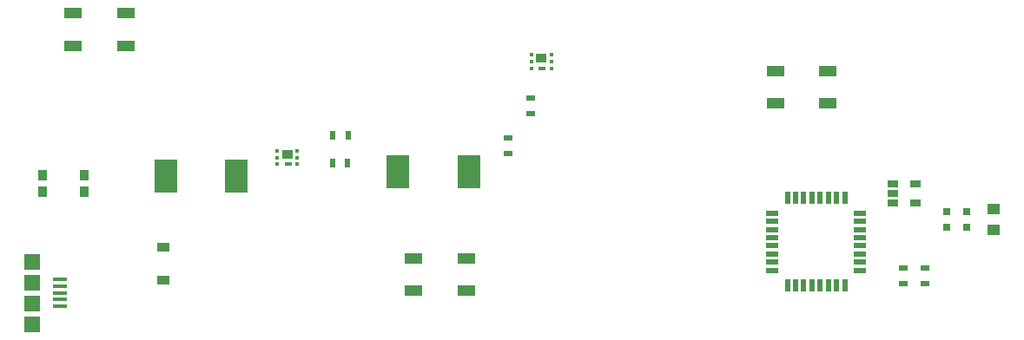
<source format=gbr>
G04 #@! TF.FileFunction,Paste,Top*
%FSLAX46Y46*%
G04 Gerber Fmt 4.6, Leading zero omitted, Abs format (unit mm)*
G04 Created by KiCad (PCBNEW 4.0.7-e2-6376~61~ubuntu18.04.1) date Tue Jul 31 18:43:04 2018*
%MOMM*%
%LPD*%
G01*
G04 APERTURE LIST*
%ADD10C,0.100000*%
%ADD11R,1.350000X0.450000*%
%ADD12R,1.550000X1.500000*%
%ADD13R,1.651000X0.998220*%
%ADD14R,1.270000X0.558800*%
%ADD15R,0.558800X1.270000*%
%ADD16R,1.250000X1.000000*%
%ADD17R,0.750000X0.800000*%
%ADD18R,2.250000X3.200000*%
%ADD19R,0.500000X0.900000*%
%ADD20R,0.900000X0.500000*%
%ADD21R,0.899160X0.998220*%
%ADD22R,1.060000X0.650000*%
%ADD23R,0.450000X0.300000*%
%ADD24R,0.750000X0.300000*%
%ADD25R,1.000000X0.950000*%
%ADD26R,1.220000X0.910000*%
G04 APERTURE END LIST*
D10*
G36*
X96649084Y-63145000D02*
X97550000Y-63145000D01*
X97550000Y-64005214D01*
X96649084Y-64005214D01*
X96649084Y-63145000D01*
G37*
G36*
X96844338Y-64400000D02*
X97545000Y-64400000D01*
X97545000Y-64702077D01*
X96844338Y-64702077D01*
X96844338Y-64400000D01*
G37*
G36*
X71899084Y-72520000D02*
X72800000Y-72520000D01*
X72800000Y-73380214D01*
X71899084Y-73380214D01*
X71899084Y-72520000D01*
G37*
G36*
X72094338Y-73775000D02*
X72795000Y-73775000D01*
X72795000Y-74077077D01*
X72094338Y-74077077D01*
X72094338Y-73775000D01*
G37*
D11*
X50175000Y-85200000D03*
X50175000Y-85850000D03*
X50175000Y-86500000D03*
X50175000Y-87150000D03*
X50175000Y-87800000D03*
D12*
X47500000Y-85500000D03*
X47500000Y-87500000D03*
X47500000Y-83450000D03*
X47500000Y-89550000D03*
D13*
X51500000Y-59204680D03*
X51500000Y-62400000D03*
X56651120Y-62400000D03*
X56651120Y-59204680D03*
D14*
X119607400Y-78700920D03*
X119607400Y-79501020D03*
X119607400Y-80301120D03*
X119607400Y-81101220D03*
X119607400Y-81898780D03*
X119607400Y-82698880D03*
X119607400Y-83498980D03*
X119607400Y-84299080D03*
D15*
X121100920Y-85792600D03*
X121901020Y-85792600D03*
X122701120Y-85792600D03*
X123501220Y-85792600D03*
X124298780Y-85792600D03*
X125098880Y-85792600D03*
X125898980Y-85792600D03*
X126699080Y-85792600D03*
D14*
X128192600Y-84299080D03*
X128192600Y-83498980D03*
X128192600Y-82698880D03*
X128192600Y-81898780D03*
X128192600Y-81101220D03*
X128192600Y-80301120D03*
X128192600Y-79501020D03*
X128192600Y-78700920D03*
D15*
X126699080Y-77207400D03*
X125898980Y-77207400D03*
X125098880Y-77207400D03*
X124298780Y-77207400D03*
X123501220Y-77207400D03*
X122701120Y-77207400D03*
X121901020Y-77207400D03*
X121100920Y-77207400D03*
D16*
X141200000Y-80300000D03*
X141200000Y-78300000D03*
D17*
X138600000Y-80100000D03*
X138600000Y-78600000D03*
X136600000Y-80100000D03*
X136600000Y-78600000D03*
D18*
X60500000Y-75100000D03*
X67400000Y-75100000D03*
X83150000Y-74700000D03*
X90050000Y-74700000D03*
D19*
X78250000Y-73800000D03*
X76750000Y-73800000D03*
X78300000Y-71100000D03*
X76800000Y-71100000D03*
D20*
X93900000Y-71350000D03*
X93900000Y-72850000D03*
X132400000Y-84050000D03*
X132400000Y-85550000D03*
X134500000Y-85600000D03*
X134500000Y-84100000D03*
X96100000Y-69000000D03*
X96100000Y-67500000D03*
D21*
X48500000Y-76600000D03*
X52599560Y-76600000D03*
X52599560Y-75004880D03*
X48500000Y-75004880D03*
D22*
X131400000Y-75850000D03*
X131400000Y-76800000D03*
X131400000Y-77750000D03*
X133600000Y-77750000D03*
X133600000Y-75850000D03*
D13*
X119924440Y-64802340D03*
X119924440Y-67997660D03*
X125075560Y-67997660D03*
X125075560Y-64802340D03*
X84624440Y-83102340D03*
X84624440Y-86297660D03*
X89775560Y-86297660D03*
X89775560Y-83102340D03*
D23*
X96125000Y-63250000D03*
X96125000Y-63900000D03*
X96125000Y-64550000D03*
X98075000Y-64550000D03*
X98075000Y-63900000D03*
X98075000Y-63250000D03*
D24*
X97195000Y-64550000D03*
D25*
X97100000Y-63575000D03*
X97100000Y-63575000D03*
D23*
X71375000Y-72625000D03*
X71375000Y-73275000D03*
X71375000Y-73925000D03*
X73325000Y-73925000D03*
X73325000Y-73275000D03*
X73325000Y-72625000D03*
D24*
X72445000Y-73925000D03*
D25*
X72350000Y-72950000D03*
X72350000Y-72950000D03*
D26*
X60300000Y-82000000D03*
X60300000Y-85270000D03*
M02*

</source>
